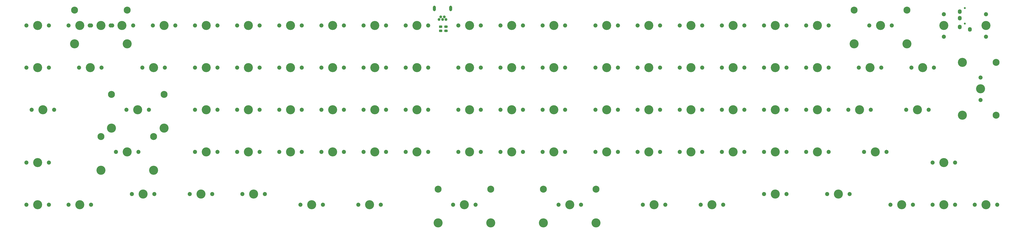
<source format=gbr>
%TF.GenerationSoftware,KiCad,Pcbnew,(5.1.6)-1*%
%TF.CreationDate,2020-07-09T10:41:52-04:00*%
%TF.ProjectId,railroad-keyboard-pcb-only,7261696c-726f-4616-942d-6b6579626f61,rev?*%
%TF.SameCoordinates,Original*%
%TF.FileFunction,Soldermask,Top*%
%TF.FilePolarity,Negative*%
%FSLAX46Y46*%
G04 Gerber Fmt 4.6, Leading zero omitted, Abs format (unit mm)*
G04 Created by KiCad (PCBNEW (5.1.6)-1) date 2020-07-09 10:41:52*
%MOMM*%
%LPD*%
G01*
G04 APERTURE LIST*
%ADD10C,4.087800*%
%ADD11C,1.850000*%
%ADD12C,3.148000*%
%ADD13O,1.700000X2.100000*%
%ADD14C,0.900000*%
%ADD15C,1.300000*%
%ADD16O,1.308000X2.516000*%
G04 APERTURE END LIST*
D10*
%TO.C,MX9*%
X390525000Y-247650000D03*
D11*
X385445000Y-247650000D03*
X395605000Y-247650000D03*
D12*
X378618750Y-240665000D03*
X402431250Y-240665000D03*
D10*
X378618750Y-255905000D03*
X402431250Y-255905000D03*
%TD*%
%TO.C,MX500_alt2*%
X28575000Y-247650000D03*
D11*
X23495000Y-247650000D03*
X33655000Y-247650000D03*
%TD*%
D10*
%TO.C,MX100_alt1*%
X47625000Y-247650000D03*
D11*
X52705000Y-247650000D03*
X42545000Y-247650000D03*
%TD*%
D13*
%TO.C,U2*%
X426325000Y-244328000D03*
D14*
X428625000Y-239728000D03*
X428625000Y-246728000D03*
D13*
X426325000Y-241328000D03*
X426325000Y-248328000D03*
X430925000Y-249428000D03*
%TD*%
D10*
%TO.C,MX104*%
X204787500Y-247650000D03*
D11*
X199707500Y-247650000D03*
X209867500Y-247650000D03*
%TD*%
D10*
%TO.C,MX100*%
X38100000Y-247650000D03*
D11*
X33020000Y-247650000D03*
X43180000Y-247650000D03*
D12*
X26193750Y-240665000D03*
X50006250Y-240665000D03*
D10*
X26193750Y-255905000D03*
X50006250Y-255905000D03*
%TD*%
%TO.C,MX508*%
X361950000Y-285750000D03*
D11*
X356870000Y-285750000D03*
X367030000Y-285750000D03*
%TD*%
D15*
%TO.C,J1*%
X190932000Y-244913000D03*
X192532000Y-244913000D03*
X194132000Y-244913000D03*
X191732000Y-243713000D03*
X193332000Y-243713000D03*
D16*
X196182000Y-239863000D03*
X188882000Y-239863000D03*
%TD*%
D10*
%TO.C,MX410*%
X427513750Y-264287000D03*
X427513750Y-288163000D03*
D12*
X442753750Y-264287000D03*
X442753750Y-288163000D03*
D11*
X435768750Y-281305000D03*
X435768750Y-271145000D03*
D10*
X435768750Y-276225000D03*
%TD*%
%TO.C,MX305*%
X242887500Y-266700000D03*
D11*
X237807500Y-266700000D03*
X247967500Y-266700000D03*
%TD*%
D10*
%TO.C,MX306*%
X285750000Y-266700000D03*
D11*
X280670000Y-266700000D03*
X290830000Y-266700000D03*
%TD*%
D10*
%TO.C,MX808*%
X342900000Y-323850000D03*
D11*
X337820000Y-323850000D03*
X347980000Y-323850000D03*
%TD*%
D10*
%TO.C,MX102*%
X123825000Y-247650000D03*
D11*
X118745000Y-247650000D03*
X128905000Y-247650000D03*
%TD*%
D10*
%TO.C,MX801*%
X57150000Y-323850000D03*
D11*
X52070000Y-323850000D03*
X62230000Y-323850000D03*
%TD*%
D10*
%TO.C,MX601*%
X50006250Y-304800000D03*
D11*
X44926250Y-304800000D03*
X55086250Y-304800000D03*
D12*
X38100000Y-297815000D03*
X61912500Y-297815000D03*
D10*
X38100000Y-313055000D03*
X61912500Y-313055000D03*
%TD*%
%TO.C,MX904*%
X202406250Y-328612500D03*
D11*
X197326250Y-328612500D03*
X207486250Y-328612500D03*
D12*
X190500000Y-321627500D03*
X214312500Y-321627500D03*
D10*
X190500000Y-336867500D03*
X214312500Y-336867500D03*
%TD*%
%TO.C,MX906*%
X288131250Y-328612500D03*
D11*
X283051250Y-328612500D03*
X293211250Y-328612500D03*
%TD*%
D10*
%TO.C,MX903*%
X159543750Y-328612500D03*
D11*
X154463750Y-328612500D03*
X164623750Y-328612500D03*
%TD*%
D10*
%TO.C,MX609*%
X388143750Y-304800000D03*
D11*
X383063750Y-304800000D03*
X393223750Y-304800000D03*
%TD*%
D10*
%TO.C,MX509*%
X407193750Y-285750000D03*
D11*
X402113750Y-285750000D03*
X412273750Y-285750000D03*
%TD*%
D10*
%TO.C,MX400*%
X11906250Y-285750000D03*
D11*
X6826250Y-285750000D03*
X16986250Y-285750000D03*
%TD*%
D10*
%TO.C,MX901*%
X83343750Y-323850000D03*
D11*
X78263750Y-323850000D03*
X88423750Y-323850000D03*
%TD*%
D10*
%TO.C,MX802*%
X107156250Y-323850000D03*
D11*
X102076250Y-323850000D03*
X112236250Y-323850000D03*
%TD*%
D10*
%TO.C,MX908*%
X371475000Y-323850000D03*
D11*
X366395000Y-323850000D03*
X376555000Y-323850000D03*
%TD*%
D10*
%TO.C,MX300*%
X33337500Y-266700000D03*
D11*
X28257500Y-266700000D03*
X38417500Y-266700000D03*
%TD*%
D10*
%TO.C,MX209*%
X385762500Y-266700000D03*
D11*
X380682500Y-266700000D03*
X390842500Y-266700000D03*
%TD*%
D10*
%TO.C,MX201*%
X61912500Y-266700000D03*
D11*
X56832500Y-266700000D03*
X66992500Y-266700000D03*
%TD*%
D10*
%TO.C,MX905*%
X250031250Y-328612500D03*
D11*
X244951250Y-328612500D03*
X255111250Y-328612500D03*
D12*
X238125000Y-321627500D03*
X261937500Y-321627500D03*
D10*
X238125000Y-336867500D03*
X261937500Y-336867500D03*
%TD*%
%TO.C,MX401*%
X54768750Y-285750000D03*
D11*
X49688750Y-285750000D03*
X59848750Y-285750000D03*
D12*
X42862500Y-278765000D03*
X66675000Y-278765000D03*
D10*
X42862500Y-294005000D03*
X66675000Y-294005000D03*
%TD*%
%TO.C,MX602*%
X104775000Y-304800000D03*
D11*
X99695000Y-304800000D03*
X109855000Y-304800000D03*
%TD*%
D10*
%TO.C,MX702*%
X123825000Y-304800000D03*
D11*
X118745000Y-304800000D03*
X128905000Y-304800000D03*
%TD*%
D10*
%TO.C,MX502*%
X123825000Y-285750000D03*
D11*
X118745000Y-285750000D03*
X128905000Y-285750000D03*
%TD*%
D10*
%TO.C,MX909*%
X419100000Y-328612500D03*
D11*
X414020000Y-328612500D03*
X424180000Y-328612500D03*
%TD*%
D10*
%TO.C,MX907*%
X314325000Y-328612500D03*
D11*
X309245000Y-328612500D03*
X319405000Y-328612500D03*
%TD*%
D10*
%TO.C,MX902*%
X133350000Y-328612500D03*
D11*
X128270000Y-328612500D03*
X138430000Y-328612500D03*
%TD*%
D10*
%TO.C,MX900*%
X28575000Y-328612500D03*
D11*
X23495000Y-328612500D03*
X33655000Y-328612500D03*
%TD*%
D10*
%TO.C,MX810*%
X438150000Y-328612500D03*
D11*
X433070000Y-328612500D03*
X443230000Y-328612500D03*
%TD*%
D10*
%TO.C,MX809*%
X400050000Y-328612500D03*
D11*
X394970000Y-328612500D03*
X405130000Y-328612500D03*
%TD*%
D10*
%TO.C,MX800*%
X9525000Y-328612500D03*
D11*
X4445000Y-328612500D03*
X14605000Y-328612500D03*
%TD*%
D10*
%TO.C,MX709*%
X419100000Y-309562500D03*
D11*
X414020000Y-309562500D03*
X424180000Y-309562500D03*
%TD*%
D10*
%TO.C,MX708*%
X361950000Y-304800000D03*
D11*
X356870000Y-304800000D03*
X367030000Y-304800000D03*
%TD*%
D10*
%TO.C,MX707*%
X323850000Y-304800000D03*
D11*
X318770000Y-304800000D03*
X328930000Y-304800000D03*
%TD*%
D10*
%TO.C,MX706*%
X285750000Y-304800000D03*
D11*
X280670000Y-304800000D03*
X290830000Y-304800000D03*
%TD*%
D10*
%TO.C,MX705*%
X242887500Y-304800000D03*
D11*
X237807500Y-304800000D03*
X247967500Y-304800000D03*
%TD*%
D10*
%TO.C,MX704*%
X204787500Y-304800000D03*
D11*
X199707500Y-304800000D03*
X209867500Y-304800000D03*
%TD*%
D10*
%TO.C,MX703*%
X161925000Y-304800000D03*
D11*
X156845000Y-304800000D03*
X167005000Y-304800000D03*
%TD*%
D10*
%TO.C,MX701*%
X85725000Y-304800000D03*
D11*
X80645000Y-304800000D03*
X90805000Y-304800000D03*
%TD*%
D10*
%TO.C,MX608*%
X342900000Y-304800000D03*
D11*
X337820000Y-304800000D03*
X347980000Y-304800000D03*
%TD*%
D10*
%TO.C,MX607*%
X304800000Y-304800000D03*
D11*
X299720000Y-304800000D03*
X309880000Y-304800000D03*
%TD*%
D10*
%TO.C,MX606*%
X266700000Y-304800000D03*
D11*
X261620000Y-304800000D03*
X271780000Y-304800000D03*
%TD*%
D10*
%TO.C,MX605*%
X223837500Y-304800000D03*
D11*
X218757500Y-304800000D03*
X228917500Y-304800000D03*
%TD*%
D10*
%TO.C,MX604*%
X180975000Y-304800000D03*
D11*
X175895000Y-304800000D03*
X186055000Y-304800000D03*
%TD*%
D10*
%TO.C,MX603*%
X142875000Y-304800000D03*
D11*
X137795000Y-304800000D03*
X147955000Y-304800000D03*
%TD*%
D10*
%TO.C,MX600*%
X9525000Y-309562500D03*
D11*
X4445000Y-309562500D03*
X14605000Y-309562500D03*
%TD*%
D10*
%TO.C,MX507*%
X323850000Y-285750000D03*
D11*
X318770000Y-285750000D03*
X328930000Y-285750000D03*
%TD*%
D10*
%TO.C,MX506*%
X285750000Y-285750000D03*
D11*
X280670000Y-285750000D03*
X290830000Y-285750000D03*
%TD*%
D10*
%TO.C,MX505*%
X242887500Y-285750000D03*
D11*
X237807500Y-285750000D03*
X247967500Y-285750000D03*
%TD*%
D10*
%TO.C,MX504*%
X204787500Y-285750000D03*
D11*
X209867500Y-285750000D03*
X199707500Y-285750000D03*
%TD*%
D10*
%TO.C,MX503*%
X161925000Y-285750000D03*
D11*
X156845000Y-285750000D03*
X167005000Y-285750000D03*
%TD*%
D10*
%TO.C,MX501*%
X85725000Y-285750000D03*
D11*
X80645000Y-285750000D03*
X90805000Y-285750000D03*
%TD*%
D10*
%TO.C,MX409*%
X381000000Y-285750000D03*
D11*
X375920000Y-285750000D03*
X386080000Y-285750000D03*
%TD*%
D10*
%TO.C,MX408*%
X342900000Y-285750000D03*
D11*
X337820000Y-285750000D03*
X347980000Y-285750000D03*
%TD*%
D10*
%TO.C,MX407*%
X304800000Y-285750000D03*
D11*
X299720000Y-285750000D03*
X309880000Y-285750000D03*
%TD*%
D10*
%TO.C,MX406*%
X266700000Y-285750000D03*
D11*
X261620000Y-285750000D03*
X271780000Y-285750000D03*
%TD*%
D10*
%TO.C,MX405*%
X223837500Y-285750000D03*
D11*
X218757500Y-285750000D03*
X228917500Y-285750000D03*
%TD*%
D10*
%TO.C,MX404*%
X180975000Y-285750000D03*
D11*
X186055000Y-285750000D03*
X175895000Y-285750000D03*
%TD*%
D10*
%TO.C,MX403*%
X142875000Y-285750000D03*
D11*
X137795000Y-285750000D03*
X147955000Y-285750000D03*
%TD*%
D10*
%TO.C,MX402*%
X104775000Y-285750000D03*
D11*
X99695000Y-285750000D03*
X109855000Y-285750000D03*
%TD*%
D10*
%TO.C,MX309*%
X409575000Y-266700000D03*
D11*
X404495000Y-266700000D03*
X414655000Y-266700000D03*
%TD*%
D10*
%TO.C,MX307*%
X323850000Y-266700000D03*
D11*
X318770000Y-266700000D03*
X328930000Y-266700000D03*
%TD*%
D10*
%TO.C,MX304*%
X204787500Y-266700000D03*
D11*
X199707500Y-266700000D03*
X209867500Y-266700000D03*
%TD*%
D10*
%TO.C,MX303*%
X161925000Y-266700000D03*
D11*
X156845000Y-266700000D03*
X167005000Y-266700000D03*
%TD*%
D10*
%TO.C,MX302*%
X123825000Y-266700000D03*
D11*
X118745000Y-266700000D03*
X128905000Y-266700000D03*
%TD*%
D10*
%TO.C,MX301*%
X85725000Y-266700000D03*
D11*
X80645000Y-266700000D03*
X90805000Y-266700000D03*
%TD*%
D10*
%TO.C,MX208*%
X342900000Y-266700000D03*
D11*
X337820000Y-266700000D03*
X347980000Y-266700000D03*
%TD*%
D10*
%TO.C,MX207*%
X304800000Y-266700000D03*
D11*
X299720000Y-266700000D03*
X309880000Y-266700000D03*
%TD*%
D10*
%TO.C,MX206*%
X266700000Y-266700000D03*
D11*
X261620000Y-266700000D03*
X271780000Y-266700000D03*
%TD*%
D10*
%TO.C,MX205*%
X223837500Y-266700000D03*
D11*
X218757500Y-266700000D03*
X228917500Y-266700000D03*
%TD*%
D10*
%TO.C,MX204*%
X180975000Y-266700000D03*
D11*
X175895000Y-266700000D03*
X186055000Y-266700000D03*
%TD*%
D10*
%TO.C,MX203*%
X142875000Y-266700000D03*
D11*
X137795000Y-266700000D03*
X147955000Y-266700000D03*
%TD*%
D10*
%TO.C,MX202*%
X104775000Y-266700000D03*
D11*
X99695000Y-266700000D03*
X109855000Y-266700000D03*
%TD*%
D10*
%TO.C,MX200*%
X9525000Y-266700000D03*
D11*
X4445000Y-266700000D03*
X14605000Y-266700000D03*
%TD*%
D10*
%TO.C,MX109*%
X419100000Y-247650000D03*
D11*
X419100000Y-252730000D03*
X419100000Y-242570000D03*
%TD*%
D10*
%TO.C,MX108*%
X361950000Y-247650000D03*
D11*
X356870000Y-247650000D03*
X367030000Y-247650000D03*
%TD*%
D10*
%TO.C,MX107*%
X323850000Y-247650000D03*
D11*
X318770000Y-247650000D03*
X328930000Y-247650000D03*
%TD*%
D10*
%TO.C,MX106*%
X285750000Y-247650000D03*
D11*
X280670000Y-247650000D03*
X290830000Y-247650000D03*
%TD*%
D10*
%TO.C,MX105*%
X242887500Y-247650000D03*
D11*
X237807500Y-247650000D03*
X247967500Y-247650000D03*
%TD*%
D10*
%TO.C,MX103*%
X161925000Y-247650000D03*
D11*
X156845000Y-247650000D03*
X167005000Y-247650000D03*
%TD*%
D10*
%TO.C,MX101*%
X85725000Y-247650000D03*
D11*
X80645000Y-247650000D03*
X90805000Y-247650000D03*
%TD*%
D10*
%TO.C,MX10*%
X438150000Y-247650000D03*
D11*
X438150000Y-242570000D03*
X438150000Y-252730000D03*
%TD*%
D10*
%TO.C,MX8*%
X342900000Y-247650000D03*
D11*
X337820000Y-247650000D03*
X347980000Y-247650000D03*
%TD*%
D10*
%TO.C,MX7*%
X304800000Y-247650000D03*
D11*
X299720000Y-247650000D03*
X309880000Y-247650000D03*
%TD*%
D10*
%TO.C,MX6*%
X266700000Y-247650000D03*
D11*
X261620000Y-247650000D03*
X271780000Y-247650000D03*
%TD*%
D10*
%TO.C,MX5*%
X223837500Y-247650000D03*
D11*
X218757500Y-247650000D03*
X228917500Y-247650000D03*
%TD*%
D10*
%TO.C,MX4*%
X180975000Y-247650000D03*
D11*
X175895000Y-247650000D03*
X186055000Y-247650000D03*
%TD*%
D10*
%TO.C,MX3*%
X142875000Y-247650000D03*
D11*
X137795000Y-247650000D03*
X147955000Y-247650000D03*
%TD*%
D10*
%TO.C,MX2*%
X104775000Y-247650000D03*
D11*
X99695000Y-247650000D03*
X109855000Y-247650000D03*
%TD*%
D10*
%TO.C,MX1*%
X66675000Y-247650000D03*
D11*
X61595000Y-247650000D03*
X71755000Y-247650000D03*
%TD*%
D10*
%TO.C,MX0*%
X9525000Y-247650000D03*
D11*
X4445000Y-247650000D03*
X14605000Y-247650000D03*
%TD*%
D10*
%TO.C,MX308*%
X361950000Y-266700000D03*
D11*
X356870000Y-266700000D03*
X367030000Y-266700000D03*
%TD*%
%TO.C,R3*%
G36*
G01*
X192156000Y-248693750D02*
X191193500Y-248693750D01*
G75*
G02*
X190924750Y-248425000I0J268750D01*
G01*
X190924750Y-247887500D01*
G75*
G02*
X191193500Y-247618750I268750J0D01*
G01*
X192156000Y-247618750D01*
G75*
G02*
X192424750Y-247887500I0J-268750D01*
G01*
X192424750Y-248425000D01*
G75*
G02*
X192156000Y-248693750I-268750J0D01*
G01*
G37*
G36*
G01*
X192156000Y-250568750D02*
X191193500Y-250568750D01*
G75*
G02*
X190924750Y-250300000I0J268750D01*
G01*
X190924750Y-249762500D01*
G75*
G02*
X191193500Y-249493750I268750J0D01*
G01*
X192156000Y-249493750D01*
G75*
G02*
X192424750Y-249762500I0J-268750D01*
G01*
X192424750Y-250300000D01*
G75*
G02*
X192156000Y-250568750I-268750J0D01*
G01*
G37*
%TD*%
%TO.C,R2*%
G36*
G01*
X194569000Y-248693750D02*
X193606500Y-248693750D01*
G75*
G02*
X193337750Y-248425000I0J268750D01*
G01*
X193337750Y-247887500D01*
G75*
G02*
X193606500Y-247618750I268750J0D01*
G01*
X194569000Y-247618750D01*
G75*
G02*
X194837750Y-247887500I0J-268750D01*
G01*
X194837750Y-248425000D01*
G75*
G02*
X194569000Y-248693750I-268750J0D01*
G01*
G37*
G36*
G01*
X194569000Y-250568750D02*
X193606500Y-250568750D01*
G75*
G02*
X193337750Y-250300000I0J268750D01*
G01*
X193337750Y-249762500D01*
G75*
G02*
X193606500Y-249493750I268750J0D01*
G01*
X194569000Y-249493750D01*
G75*
G02*
X194837750Y-249762500I0J-268750D01*
G01*
X194837750Y-250300000D01*
G75*
G02*
X194569000Y-250568750I-268750J0D01*
G01*
G37*
%TD*%
M02*

</source>
